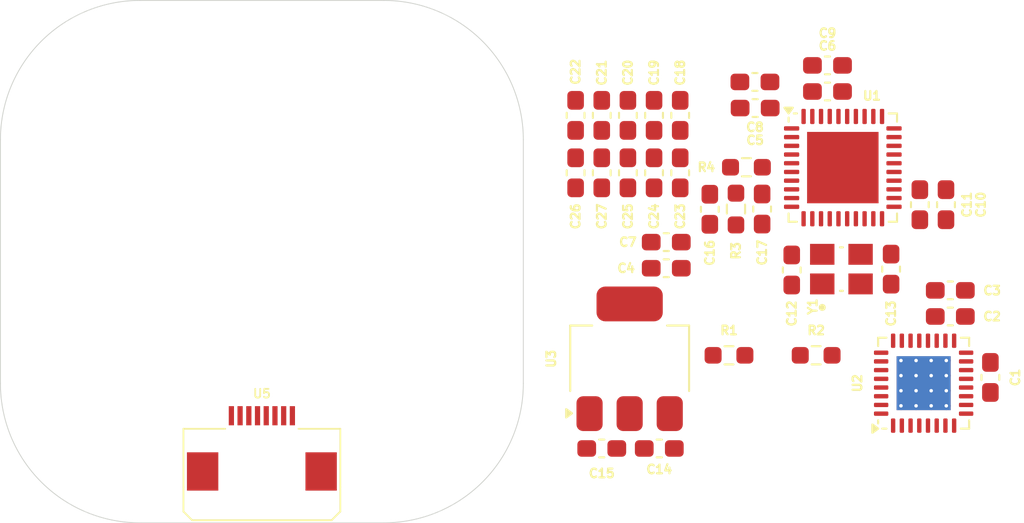
<source format=kicad_pcb>
(kicad_pcb (version 20241229) (generator "pcbnew") (generator_version "9.0")
  (layers (0 "F.Cu" signal) (2 "B.Cu" signal) (13 "F.Paste" user) (15 "B.Paste" user) (5 "F.SilkS" user "F.Silkscreen") (7 "B.SilkS" user "B.Silkscreen") (1 "F.Mask" user) (3 "B.Mask" user) (25 "Edge.Cuts" user))
  (net 0 "")
  (net 1 "Net-(U2-CShield)")
  (net 2 "GND")
  (net 3 "+3V3")
  (net 4 "Net-(U1-AVDD)")
  (net 5 "Net-(U1-OSCIN)")
  (net 6 "Net-(U1-OSCOUT)")
  (net 7 "+5V")
  (net 8 "Net-(U1-VMID)")
  (net 9 "Net-(U1-RX)")
  (net 10 "Net-(C17-Pad2)")
  (net 11 "Net-(AE1-Pad1)")
  (net 12 "Net-(C20-Pad2)")
  (net 13 "Net-(AE2-Pad2)")
  (net 14 "Net-(C25-Pad2)")
  (net 15 "I2C SDA")
  (net 16 "I2C SCL")
  (net 20 "Net-(U1-TX2)")
  (net 22 "Net-(U1-TX1)")
  (footprint "Resistor_SMD:R_0603_1608Metric_Pad0.98x0.95mm_HandSolder" (layer "F.Cu") (at 132.2 61.98 90)
    (property "Reference" "R3" (at -2.4 0 90) (layer "F.SilkS") (effects (font (size 0.5 0.5))))
    (property "Value" "1K" (hide yes))
    (fp_line (start -0.254724 -0.5225) (end 0.254724 -0.5225) (stroke (width 0.12)) (layer "F.SilkS"))
    (fp_line (start -0.254724 0.5225) (end 0.254724 0.5225) (stroke (width 0.12)) (layer "F.SilkS"))
    (pad "1" smd roundrect (at -0.9125 0 90) (size 0.975 0.95) (layers "F.Cu" "F.Mask" "F.Paste") (net 9 "Net-(U1-RX)"))
    (pad "2" smd roundrect (at 0.9125 0 90) (size 0.975 0.95) (layers "F.Cu" "F.Mask" "F.Paste") (net 8 "Net-(U1-VMID)"))
  )
  (footprint "Capacitor_SMD:C_0603_1608Metric_Pad1.08x0.95mm_HandSolder" (layer "F.Cu") (at 123 56.6 90)
    (property "Reference" "C22" (at 2.5 0 90) (layer "F.SilkS") (effects (font (size 0.5 0.5))))
    (property "Value" "NC" (hide yes))
    (fp_line (start -0.146267 -0.51) (end 0.146267 -0.51) (stroke (width 0.12)) (layer "F.SilkS"))
    (fp_line (start -0.146267 0.51) (end 0.146267 0.51) (stroke (width 0.12)) (layer "F.SilkS"))
    (pad "1" smd roundrect (at -0.8625 0 90) (size 1.075 0.95) (layers "F.Cu" "F.Mask" "F.Paste") (net 12 "Net-(C20-Pad2)"))
    (pad "2" smd roundrect (at 0.8625 0 90) (size 1.075 0.95) (layers "F.Cu" "F.Mask" "F.Paste") (net 2 "GND"))
  )
  (footprint "Capacitor_SMD:C_0603_1608Metric_Pad1.08x0.95mm_HandSolder" (layer "F.Cu") (at 126 56.6 -90)
    (property "Reference" "C20" (at -2.45 0 90) (layer "F.SilkS") (effects (font (size 0.5 0.5))))
    (property "Value" "NC" (hide yes))
    (fp_line (start -0.146267 0.51) (end 0.146267 0.51) (stroke (width 0.12)) (layer "F.SilkS"))
    (fp_line (start -0.146267 -0.51) (end 0.146267 -0.51) (stroke (width 0.12)) (layer "F.SilkS"))
    (pad "1" smd roundrect (at -0.8625 0 270) (size 1.075 0.95) (layers "F.Cu" "F.Mask" "F.Paste") (net 11 "Net-(AE1-Pad1)"))
    (pad "2" smd roundrect (at 0.8625 0 270) (size 1.075 0.95) (layers "F.Cu" "F.Mask" "F.Paste") (net 12 "Net-(C20-Pad2)"))
  )
  (footprint "Capacitor_SMD:C_0603_1608Metric_Pad1.08x0.95mm_HandSolder" (layer "F.Cu") (at 127.8 75.73)
    (property "Reference" "C14" (at 0 1.2 0) (layer "F.SilkS") (effects (font (size 0.5 0.5))))
    (property "Value" "0.1uF" (hide yes))
    (fp_line (start -0.146267 -0.51) (end 0.146267 -0.51) (stroke (width 0.12)) (layer "F.SilkS"))
    (fp_line (start -0.146267 0.51) (end 0.146267 0.51) (stroke (width 0.12)) (layer "F.SilkS"))
    (pad "1" smd roundrect (at -0.8625 0) (size 1.075 0.95) (layers "F.Cu" "F.Mask" "F.Paste") (net 7 "+5V"))
    (pad "2" smd roundrect (at 0.8625 0) (size 1.075 0.95) (layers "F.Cu" "F.Mask" "F.Paste") (net 2 "GND"))
  )
  (footprint "Resistor_SMD:R_0603_1608Metric_Pad0.98x0.95mm_HandSolder" (layer "F.Cu") (at 131.8 70.38)
    (property "Reference" "R1" (at 0 -1.43 0) (layer "F.SilkS") (effects (font (size 0.5 0.5))))
    (property "Value" "2.2K" (hide yes))
    (fp_line (start -0.254724 -0.5225) (end 0.254724 -0.5225) (stroke (width 0.12)) (layer "F.SilkS"))
    (fp_line (start -0.254724 0.5225) (end 0.254724 0.5225) (stroke (width 0.12)) (layer "F.SilkS"))
    (pad "1" smd roundrect (at -0.9125 0) (size 0.975 0.95) (layers "F.Cu" "F.Mask" "F.Paste") (net 3 "+3V3"))
    (pad "2" smd roundrect (at 0.9125 0) (size 0.975 0.95) (layers "F.Cu" "F.Mask" "F.Paste") (net 15 "I2C SDA"))
  )
  (footprint "Capacitor_SMD:C_0603_1608Metric_Pad1.08x0.95mm_HandSolder" (layer "F.Cu") (at 144.496667 68.15 180)
    (property "Reference" "C2" (at -2.4 0 0) (layer "F.SilkS") (effects (font (size 0.5 0.5))))
    (property "Value" "10uF" (hide yes))
    (fp_line (start -0.146267 0.51) (end 0.146267 0.51) (stroke (width 0.12)) (layer "F.SilkS"))
    (fp_line (start -0.146267 -0.51) (end 0.146267 -0.51) (stroke (width 0.12)) (layer "F.SilkS"))
    (pad "1" smd roundrect (at -0.8625 0 180) (size 1.075 0.95) (layers "F.Cu" "F.Mask" "F.Paste") (net 3 "+3V3"))
    (pad "2" smd roundrect (at 0.8625 0 180) (size 1.075 0.95) (layers "F.Cu" "F.Mask" "F.Paste") (net 2 "GND"))
  )
  (footprint "Resistor_SMD:R_0603_1608Metric_Pad0.98x0.95mm_HandSolder" (layer "F.Cu") (at 136.8 70.38)
    (property "Reference" "R2" (at 0 -1.43 0) (layer "F.SilkS") (effects (font (size 0.5 0.5))))
    (property "Value" "2.2K" (hide yes))
    (fp_line (start -0.254724 -0.5225) (end 0.254724 -0.5225) (stroke (width 0.12)) (layer "F.SilkS"))
    (fp_line (start -0.254724 0.5225) (end 0.254724 0.5225) (stroke (width 0.12)) (layer "F.SilkS"))
    (pad "1" smd roundrect (at -0.9125 0) (size 0.975 0.95) (layers "F.Cu" "F.Mask" "F.Paste") (net 16 "I2C SCL"))
    (pad "2" smd roundrect (at 0.9125 0) (size 0.975 0.95) (layers "F.Cu" "F.Mask" "F.Paste") (net 3 "+3V3"))
  )
  (footprint "Capacitor_SMD:C_0603_1608Metric_Pad1.08x0.95mm_HandSolder" (layer "F.Cu") (at 142.75 61.73 -90)
    (property "Reference" "C11" (at 0 -2.7 90) (layer "F.SilkS") (effects (font (size 0.5 0.5))))
    (property "Value" "0.1uF" (hide yes))
    (fp_line (start -0.146267 0.51) (end 0.146267 0.51) (stroke (width 0.12)) (layer "F.SilkS"))
    (fp_line (start -0.146267 -0.51) (end 0.146267 -0.51) (stroke (width 0.12)) (layer "F.SilkS"))
    (pad "1" smd roundrect (at -0.8625 0 270) (size 1.075 0.95) (layers "F.Cu" "F.Mask" "F.Paste") (net 3 "+3V3"))
    (pad "2" smd roundrect (at 0.8625 0 270) (size 1.075 0.95) (layers "F.Cu" "F.Mask" "F.Paste") (net 2 "GND"))
  )
  (footprint "FFC:FFC 0.8mm 8P" (layer "F.Cu") (at 105 74.5)
    (property "Reference" "U5" (at 0 -1.92 0) (layer "F.SilkS") (effects (font (size 0.5 0.5) (thickness 0.1))))
    (property "Value" "R FFC" (hide yes))
    (fp_line (start -4.5 0.1) (end -2.1 0.1) (stroke (width 0.1)) (layer "F.SilkS"))
    (fp_line (start -4.5 3.45) (end -4.5 0.1) (stroke (width 0.1)) (layer "F.SilkS"))
    (fp_line (start -4.5 4.849999) (end -4.5 3.45) (stroke (width 0.1)) (layer "F.SilkS"))
    (fp_line (start -4 5.35) (end -4.5 4.849999) (stroke (width 0.1)) (layer "F.SilkS"))
    (fp_line (start -4 5.35) (end 4 5.35) (stroke (width 0.1)) (layer "F.SilkS"))
    (fp_line (start 2.1 0.1) (end 4.5 0.1) (stroke (width 0.1)) (layer "F.SilkS"))
    (fp_line (start 4 5.35) (end 4.5 4.849999) (stroke (width 0.1)) (layer "F.SilkS"))
    (fp_line (start 4.5 0.1) (end 4.5 3.45) (stroke (width 0.1)) (layer "F.SilkS"))
    (fp_line (start 4.5 4.849999) (end 4.5 3.45) (stroke (width 0.1)) (layer "F.SilkS"))
    (pad "" smd rect (at -3.4 2.55) (size 1.8 2.2) (layers "F.Cu" "F.Mask" "F.Paste"))
    (pad "" smd rect (at 3.4 2.55) (size 1.8 2.2) (layers "F.Cu" "F.Mask" "F.Paste"))
    (pad "1" smd rect (at -1.75 -0.65) (size 0.3 1.1) (layers "F.Cu" "F.Mask" "F.Paste") (net 2 "GND"))
    (pad "2" smd rect (at -1.25 -0.65) (size 0.3 1.1) (layers "F.Cu" "F.Mask" "F.Paste") (net 15 "I2C SDA"))
    (pad "3" smd rect (at -0.75 -0.649999) (size 0.3 1.1) (layers "F.Cu" "F.Mask" "F.Paste") (net 16 "I2C SCL"))
    (pad "4" smd rect (at -0.25 -0.65) (size 0.3 1.1) (layers "F.Cu" "F.Mask" "F.Paste") (net 7 "+5V"))
    (pad "5" smd rect (at 0.25 -0.65) (size 0.3 1.1) (layers "F.Cu" "F.Mask" "F.Paste") (net 7 "+5V"))
    (pad "6" smd rect (at 0.750001 -0.65) (size 0.3 1.1) (layers "F.Cu" "F.Mask" "F.Paste") (net 15 "I2C SDA"))
    (pad "7" smd rect (at 1.25 -0.65) (size 0.3 1.1) (layers "F.Cu" "F.Mask" "F.Paste") (net 16 "I2C SCL"))
    (pad "8" smd rect (at 1.749999 -0.65) (size 0.3 1.1) (layers "F.Cu" "F.Mask" "F.Paste") (net 2 "GND"))
  )
  (footprint "Package_CSP:LFCSP-32-1EP_5x5mm_P0.5mm_EP3.1x3.1mm_ThermalVias" (layer "F.Cu") (at 142.966667 71.98 90)
    (property "Reference" "U2" (at 0 -3.8 90) (layer "F.SilkS") (effects (font (size 0.5 0.5) (thickness 0.125))))
    (property "Value" "AD7142ACPZ-500RL7" (hide yes))
    (fp_line (start 2.61 -2.61) (end 2.61 -2.135) (stroke (width 0.12)) (layer "F.SilkS"))
    (fp_line (start 2.135 -2.61) (end 2.61 -2.61) (stroke (width 0.12)) (layer "F.SilkS"))
    (fp_line (start -2.135 -2.61) (end -2.31 -2.61) (stroke (width 0.12)) (layer "F.SilkS"))
    (fp_line (start -2.61 -2.135) (end -2.61 -2.37) (stroke (width 0.12)) (layer "F.SilkS"))
    (fp_line (start 2.61 2.61) (end 2.61 2.135) (stroke (width 0.12)) (layer "F.SilkS"))
    (fp_line (start 2.135 2.61) (end 2.61 2.61) (stroke (width 0.12)) (layer "F.SilkS"))
    (fp_line (start -2.135 2.61) (end -2.61 2.61) (stroke (width 0.12)) (layer "F.SilkS"))
    (fp_line (start -2.61 2.61) (end -2.61 2.135) (stroke (width 0.12)) (layer "F.SilkS"))
    (fp_poly (pts (xy -2.61 -2.61) (xy -2.85 -2.94) (xy -2.37 -2.94)) (stroke (width 0.12)) (fill yes) (layer "F.SilkS"))
    (pad "1" smd roundrect (at -2.4375 -1.75 90) (size 0.825 0.25) (layers "F.Cu" "F.Mask" "F.Paste"))
    (pad "2" smd roundrect (at -2.4375 -1.25 90) (size 0.825 0.25) (layers "F.Cu" "F.Mask" "F.Paste"))
    (pad "3" smd roundrect (at -2.4375 -0.75 90) (size 0.825 0.25) (layers "F.Cu" "F.Mask" "F.Paste"))
    (pad "4" smd roundrect (at -2.4375 -0.25 90) (size 0.825 0.25) (layers "F.Cu" "F.Mask" "F.Paste"))
    (pad "5" smd roundrect (at -2.4375 0.25 90) (size 0.825 0.25) (layers "F.Cu" "F.Mask" "F.Paste"))
    (pad "6" smd roundrect (at -2.4375 0.75 90) (size 0.825 0.25) (layers "F.Cu" "F.Mask" "F.Paste"))
    (pad "7" smd roundrect (at -2.4375 1.25 90) (size 0.825 0.25) (layers "F.Cu" "F.Mask" "F.Paste"))
    (pad "8" smd roundrect (at -2.4375 1.75 90) (size 0.825 0.25) (layers "F.Cu" "F.Mask" "F.Paste"))
    (pad "9" smd roundrect (at -1.75 2.4375 90) (size 0.25 0.825) (layers "F.Cu" "F.Mask" "F.Paste"))
    (pad "10" smd roundrect (at -1.25 2.4375 90) (size 0.25 0.825) (layers "F.Cu" "F.Mask" "F.Paste"))
    (pad "11" smd roundrect (at -0.75 2.4375 90) (size 0.25 0.825) (layers "F.Cu" "F.Mask" "F.Paste"))
    (pad "12" smd roundrect (at -0.25 2.4375 90) (size 0.25 0.825) (layers "F.Cu" "F.Mask" "F.Paste") (net 1 "Net-(U2-CShield)"))
    (pad "13" smd roundrect (at 0.25 2.4375 90) (size 0.25 0.825) (layers "F.Cu" "F.Mask" "F.Paste") (net 3 "+3V3"))
    (pad "14" smd roundrect (at 0.75 2.4375 90) (size 0.25 0.825) (layers "F.Cu" "F.Mask" "F.Paste") (net 2 "GND"))
    (pad "15" smd roundrect (at 1.25 2.4375 90) (size 0.25 0.825) (layers "F.Cu" "F.Mask" "F.Paste"))
    (pad "16" smd roundrect (at 1.75 2.4375 90) (size 0.25 0.825) (layers "F.Cu" "F.Mask" "F.Paste"))
    (pad "17" smd roundrect (at 2.4375 1.75 90) (size 0.825 0.25) (layers "F.Cu" "F.Mask" "F.Paste") (net 3 "+3V3"))
    (pad "18" smd roundrect (at 2.4375 1.25 90) (size 0.825 0.25) (layers "F.Cu" "F.Mask" "F.Paste") (net 2 "GND"))
    (pad "19" smd roundrect (at 2.4375 0.75 90) (size 0.825 0.25) (layers "F.Cu" "F.Mask" "F.Paste") (net 2 "GND"))
    (pad "20" smd roundrect (at 2.4375 0.25 90) (size 0.825 0.25) (layers "F.Cu" "F.Mask" "F.Paste") (net 3 "+3V3"))
    (pad "21" smd roundrect (at 2.4375 -0.25 90) (size 0.825 0.25) (layers "F.Cu" "F.Mask" "F.Paste") (net 15 "I2C SDA"))
    (pad "22" smd roundrect (at 2.4375 -0.75 90) (size 0.825 0.25) (layers "F.Cu" "F.Mask" "F.Paste") (net 2 "GND"))
    (pad "23" smd roundrect (at 2.4375 -1.25 90) (size 0.825 0.25) (layers "F.Cu" "F.Mask" "F.Paste") (net 16 "I2C SCL"))
    (pad "24" smd roundrect (at 2.4375 -1.75 90) (size 0.825 0.25) (layers "F.Cu" "F.Mask" "F.Paste") (net 2 "GND"))
    (pad "25" smd roundrect (at 1.75 -2.4375 90) (size 0.25 0.825) (layers "F.Cu" "F.Mask" "F.Paste"))
    (pad "26" smd roundrect (at 1.25 -2.4375 90) (size 0.25 0.825) (layers "F.Cu" "F.Mask" "F.Paste"))
    (pad "27" smd roundrect (at 0.75 -2.4375 90) (size 0.25 0.825) (layers "F.Cu" "F.Mask" "F.Paste") (net 2 "GND"))
    (pad "28" smd roundrect (at 0.25 -2.4375 90) (size 0.25 0.825) (layers "F.Cu" "F.Mask" "F.Paste") (net 3 "+3V3"))
    (pad "29" smd roundrect (at -0.25 -2.4375 90) (size 0.25 0.825) (layers "F.Cu" "F.Mask" "F.Paste") (net 2 "GND"))
    (pad "30" smd roundrect (at -0.75 -2.4375 90) (size 0.25 0.825) (layers "F.Cu" "F.Mask" "F.Paste"))
    (pad "31" smd roundrect (at -1.25 -2.4375 90) (size 0.25 0.825) (layers "F.Cu" "F.Mask" "F.Paste"))
    (pad "32" smd roundrect (at -1.75 -2.4375 90) (size 0.25 0.825) (layers "F.Cu" "F.Mask" "F.Paste"))
    (pad "33" thru_hole circle (at -1.3 -1.3 90) (size 0.5 0.5) (drill 0.2) (property pad_prop_heatsink) (layers "*.Cu"))
    (pad "33" thru_hole circle (at -1.3 -0.433333 90) (size 0.5 0.5) (drill 0.2) (property pad_prop_heatsink) (layers "*.Cu"))
    (pad "33" thru_hole circle (at -1.3 0.433333 90) (size 0.5 0.5) (drill 0.2) (property pad_prop_heatsink) (layers "*.Cu"))
    (pad "33" thru_hole circle (at -1.3 1.3 90) (size 0.5 0.5) (drill 0.2) (property pad_prop_heatsink) (layers "*.Cu"))
    (pad "33" thru_hole circle (at -0.433333 -1.3 90) (size 0.5 0.5) (drill 0.2) (property pad_prop_heatsink) (layers "*.Cu"))
    (pad "33" thru_hole circle (at -0.433333 -0.433333 90) (size 0.5 0.5) (drill 0.2) (property pad_prop_heatsink) (layers "*.Cu"))
    (pad "33" thru_hole circle (at -0.433333 0.433333 90) (size 0.5 0.5) (drill 0.2) (property pad_prop_heatsink) (layers "*.Cu"))
    (pad "33" thru_hole circle (at -0.433333 1.3 90) (size 0.5 0.5) (drill 0.2) (property pad_prop_heatsink) (layers "*.Cu"))
    (pad "33" smd rect (at 0 0 90) (size 3.1 3.1) (property pad_prop_heatsink) (layers "F.Cu" "F.Mask"))
    (pad "33" smd rect (at 0 0 90) (size 3.1 3.1) (property pad_prop_heatsink) (layers "B.Cu"))
    (pad "33" thru_hole circle (at 0.433333 -1.3 90) (size 0.5 0.5) (drill 0.2) (property pad_prop_heatsink) (layers "*.Cu"))
    (pad "33" thru_hole circle (at 0.433333 -0.433333 90) (size 0.5 0.5) (drill 0.2) (property pad_prop_heatsink) (layers "*.Cu"))
    (pad "33" thru_hole circle (at 0.433333 0.433333 90) (size 0.5 0.5) (drill 0.2) (property pad_prop_heatsink) (layers "*.Cu"))
    (pad "33" thru_hole circle (at 0.433333 1.3 90) (size 0.5 0.5) (drill 0.2) (property pad_prop_heatsink) (layers "*.Cu"))
    (pad "33" thru_hole circle (at 1.3 -1.3 90) (size 0.5 0.5) (drill 0.2) (property pad_prop_heatsink) (layers "*.Cu"))
    (pad "33" thru_hole circle (at 1.3 -0.433333 90) (size 0.5 0.5) (drill 0.2) (property pad_prop_heatsink) (layers "*.Cu"))
    (pad "33" thru_hole circle (at 1.3 0.433333 90) (size 0.5 0.5) (drill 0.2) (property pad_prop_heatsink) (layers "*.Cu"))
    (pad "33" thru_hole circle (at 1.3 1.3 90) (size 0.5 0.5) (drill 0.2) (property pad_prop_heatsink) (layers "*.Cu"))
  )
  (footprint "Capacitor_SMD:C_0603_1608Metric_Pad1.08x0.95mm_HandSolder" (layer "F.Cu") (at 127.5 56.6 -90)
    (property "Reference" "C19" (at -2.45 0 90) (layer "F.SilkS") (effects (font (size 0.5 0.5))))
    (property "Value" "NC" (hide yes))
    (fp_line (start -0.146267 0.51) (end 0.146267 0.51) (stroke (width 0.12)) (layer "F.SilkS"))
    (fp_line (start -0.146267 -0.51) (end 0.146267 -0.51) (stroke (width 0.12)) (layer "F.SilkS"))
    (pad "1" smd roundrect (at -0.8625 0 270) (size 1.075 0.95) (layers "F.Cu" "F.Mask" "F.Paste") (net 11 "Net-(AE1-Pad1)"))
    (pad "2" smd roundrect (at 0.8625 0 270) (size 1.075 0.95) (layers "F.Cu" "F.Mask" "F.Paste") (net 2 "GND"))
  )
  (footprint "Resistor_SMD:R_0603_1608Metric_Pad0.98x0.95mm_HandSolder" (layer "F.Cu") (at 132.8 59.58 180)
    (property "Reference" "R4" (at 2.3 0 0) (layer "F.SilkS") (effects (font (size 0.5 0.5))))
    (property "Value" "1.69K" (hide yes))
    (fp_line (start -0.254724 0.5225) (end 0.254724 0.5225) (stroke (width 0.12)) (layer "F.SilkS"))
    (fp_line (start -0.254724 -0.5225) (end 0.254724 -0.5225) (stroke (width 0.12)) (layer "F.SilkS"))
    (pad "1" smd roundrect (at -0.9125 0 180) (size 0.975 0.95) (layers "F.Cu" "F.Mask" "F.Paste") (net 10 "Net-(C17-Pad2)"))
    (pad "2" smd roundrect (at 0.9125 0 180) (size 0.975 0.95) (layers "F.Cu" "F.Mask" "F.Paste") (net 13 "Net-(AE2-Pad2)"))
  )
  (footprint "Capacitor_SMD:C_0603_1608Metric_Pad1.08x0.95mm_HandSolder" (layer "F.Cu") (at 123 59.9 -90)
    (property "Reference" "C26" (at 2.5 0 90) (layer "F.SilkS") (effects (font (size 0.5 0.5))))
    (property "Value" "NC" (hide yes))
    (fp_line (start -0.146267 0.51) (end 0.146267 0.51) (stroke (width 0.12)) (layer "F.SilkS"))
    (fp_line (start -0.146267 -0.51) (end 0.146267 -0.51) (stroke (width 0.12)) (layer "F.SilkS"))
    (pad "1" smd roundrect (at -0.8625 0 270) (size 1.075 0.95) (layers "F.Cu" "F.Mask" "F.Paste") (net 14 "Net-(C25-Pad2)"))
    (pad "2" smd roundrect (at 0.8625 0 270) (size 1.075 0.95) (layers "F.Cu" "F.Mask" "F.Paste") (net 2 "GND"))
  )
  (footprint "Capacitor_SMD:C_0603_1608Metric_Pad1.08x0.95mm_HandSolder" (layer "F.Cu") (at 146.796667 71.65 -90)
    (property "Reference" "C1" (at 0 -1.43 90) (layer "F.SilkS") (effects (font (size 0.5 0.5))))
    (property "Value" "10nF" (hide yes))
    (fp_line (start -0.146267 0.51) (end 0.146267 0.51) (stroke (width 0.12)) (layer "F.SilkS"))
    (fp_line (start -0.146267 -0.51) (end 0.146267 -0.51) (stroke (width 0.12)) (layer "F.SilkS"))
    (pad "1" smd roundrect (at -0.8625 0 270) (size 1.075 0.95) (layers "F.Cu" "F.Mask" "F.Paste") (net 2 "GND"))
    (pad "2" smd roundrect (at 0.8625 0 270) (size 1.075 0.95) (layers "F.Cu" "F.Mask" "F.Paste") (net 1 "Net-(U2-CShield)"))
  )
  (footprint "Capacitor_SMD:C_0603_1608Metric_Pad1.08x0.95mm_HandSolder" (layer "F.Cu") (at 133.3 56.18 180)
    (property "Reference" "C5" (at 0 -1.85 0) (layer "F.SilkS") (effects (font (size 0.5 0.5))))
    (property "Value" "0.1uF" (hide yes))
    (fp_line (start -0.146267 0.51) (end 0.146267 0.51) (stroke (width 0.12)) (layer "F.SilkS"))
    (fp_line (start -0.146267 -0.51) (end 0.146267 -0.51) (stroke (width 0.12)) (layer "F.SilkS"))
    (pad "1" smd roundrect (at -0.8625 0 180) (size 1.075 0.95) (layers "F.Cu" "F.Mask" "F.Paste") (net 4 "Net-(U1-AVDD)"))
    (pad "2" smd roundrect (at 0.8625 0 180) (size 1.075 0.95) (layers "F.Cu" "F.Mask" "F.Paste") (net 2 "GND"))
  )
  (footprint "Capacitor_SMD:C_0603_1608Metric_Pad1.08x0.95mm_HandSolder" (layer "F.Cu") (at 124.5 56.6 -90)
    (property "Reference" "C21" (at -2.45 0 90) (layer "F.SilkS") (effects (font (size 0.5 0.5))))
    (property "Value" "NC" (hide yes))
    (fp_line (start -0.146267 0.51) (end 0.146267 0.51) (stroke (width 0.12)) (layer "F.SilkS"))
    (fp_line (start -0.146267 -0.51) (end 0.146267 -0.51) (stroke (width 0.12)) (layer "F.SilkS"))
    (pad "1" smd roundrect (at -0.8625 0 270) (size 1.075 0.95) (layers "F.Cu" "F.Mask" "F.Paste") (net 11 "Net-(AE1-Pad1)"))
    (pad "2" smd roundrect (at 0.8625 0 270) (size 1.075 0.95) (layers "F.Cu" "F.Mask" "F.Paste") (net 12 "Net-(C20-Pad2)"))
  )
  (footprint "Capacitor_SMD:C_0603_1608Metric_Pad1.08x0.95mm_HandSolder" (layer "F.Cu") (at 126 59.9 90)
    (property "Reference" "C25" (at -2.5 0 90) (layer "F.SilkS") (effects (font (size 0.5 0.5))))
    (property "Value" "NC" (hide yes))
    (fp_line (start -0.146267 -0.51) (end 0.146267 -0.51) (stroke (width 0.12)) (layer "F.SilkS"))
    (fp_line (start -0.146267 0.51) (end 0.146267 0.51) (stroke (width 0.12)) (layer "F.SilkS"))
    (pad "1" smd roundrect (at -0.8625 0 90) (size 1.075 0.95) (layers "F.Cu" "F.Mask" "F.Paste") (net 13 "Net-(AE2-Pad2)"))
    (pad "2" smd roundrect (at 0.8625 0 90) (size 1.075 0.95) (layers "F.Cu" "F.Mask" "F.Paste") (net 14 "Net-(C25-Pad2)"))
  )
  (footprint "Capacitor_SMD:C_0603_1608Metric_Pad1.08x0.95mm_HandSolder" (layer "F.Cu") (at 130.7 61.9925 -90)
    (property "Reference" "C16" (at 2.5 0 90) (layer "F.SilkS") (effects (font (size 0.5 0.5))))
    (property "Value" "0.1uF" (hide yes))
    (fp_line (start -0.146267 0.51) (end 0.146267 0.51) (stroke (width 0.12)) (layer "F.SilkS"))
    (fp_line (start -0.146267 -0.51) (end 0.146267 -0.51) (stroke (width 0.12)) (layer "F.SilkS"))
    (pad "1" smd roundrect (at -0.8625 0 270) (size 1.075 0.95) (layers "F.Cu" "F.Mask" "F.Paste") (net 8 "Net-(U1-VMID)"))
    (pad "2" smd roundrect (at 0.8625 0 270) (size 1.075 0.95) (layers "F.Cu" "F.Mask" "F.Paste") (net 2 "GND"))
  )
  (footprint "Capacitor_SMD:C_0603_1608Metric_Pad1.08x0.95mm_HandSolder" (layer "F.Cu") (at 124.5 75.73 180)
    (property "Reference" "C15" (at 0 -1.43 0) (layer "F.SilkS") (effects (font (size 0.5 0.5))))
    (property "Value" "10uF" (hide yes))
    (fp_line (start -0.146267 0.51) (end 0.146267 0.51) (stroke (width 0.12)) (layer "F.SilkS"))
    (fp_line (start -0.146267 -0.51) (end 0.146267 -0.51) (stroke (width 0.12)) (layer "F.SilkS"))
    (pad "1" smd roundrect (at -0.8625 0 180) (size 1.075 0.95) (layers "F.Cu" "F.Mask" "F.Paste") (net 3 "+3V3"))
    (pad "2" smd roundrect (at 0.8625 0 180) (size 1.075 0.95) (layers "F.Cu" "F.Mask" "F.Paste") (net 2 "GND"))
  )
  (footprint "Capacitor_SMD:C_0603_1608Metric_Pad1.08x0.95mm_HandSolder" (layer "F.Cu") (at 127.5 59.9 90)
    (property "Reference" "C24" (at -2.5 0 90) (layer "F.SilkS") (effects (font (size 0.5 0.5))))
    (property "Value" "NC" (hide yes))
    (fp_line (start -0.146267 -0.51) (end 0.146267 -0.51) (stroke (width 0.12)) (layer "F.SilkS"))
    (fp_line (start -0.146267 0.51) (end 0.146267 0.51) (stroke (width 0.12)) (layer "F.SilkS"))
    (pad "1" smd roundrect (at -0.8625 0 90) (size 1.075 0.95) (layers "F.Cu" "F.Mask" "F.Paste") (net 13 "Net-(AE2-Pad2)"))
    (pad "2" smd roundrect (at 0.8625 0 90) (size 1.075 0.95) (layers "F.Cu" "F.Mask" "F.Paste") (net 2 "GND"))
  )
  (footprint "Package_DFN_QFN:HVQFN-40-1EP_6x6mm_P0.5mm_EP4.1x4.1mm" (layer "F.Cu") (at 138.33 59.6)
    (property "Reference" "U1" (at 1.67 -4.12 0) (layer "F.SilkS") (effects (font (size 0.5 0.5))))
    (property "Value" "PN5321A3HN_C1xx" (hide yes))
    (fp_line (start -3.11 -2.635) (end -3.11 -2.87) (stroke (width 0.12)) (layer "F.SilkS"))
    (fp_line (start -3.11 3.11) (end -3.11 2.635) (stroke (width 0.12)) (layer "F.SilkS"))
    (fp_line (start -2.635 -3.11) (end -2.81 -3.11) (stroke (width 0.12)) (layer "F.SilkS"))
    (fp_line (start -2.635 3.11) (end -3.11 3.11) (stroke (width 0.12)) (layer "F.SilkS"))
    (fp_line (start 2.635 -3.11) (end 3.11 -3.11) (stroke (width 0.12)) (layer "F.SilkS"))
    (fp_line (start 2.635 3.11) (end 3.11 3.11) (stroke (width 0.12)) (layer "F.SilkS"))
    (fp_line (start 3.11 -3.11) (end 3.11 -2.635) (stroke (width 0.12)) (layer "F.SilkS"))
    (fp_line (start 3.11 3.11) (end 3.11 2.635) (stroke (width 0.12)) (layer "F.SilkS"))
    (fp_poly (pts (xy -3.11 -3.11) (xy -3.35 -3.44) (xy -2.87 -3.44)) (stroke (width 0.12)) (fill yes) (layer "F.SilkS"))
    (pad "1" smd roundrect (at -2.9375 -2.25) (size 0.875 0.25) (layers "F.Cu" "F.Mask" "F.Paste") (net 2 "GND"))
    (pad "2" smd roundrect (at -2.9375 -1.75) (size 0.875 0.25) (layers "F.Cu" "F.Mask" "F.Paste"))
    (pad "3" smd roundrect (at -2.9375 -1.25) (size 0.875 0.25) (layers "F.Cu" "F.Mask" "F.Paste") (net 2 "GND"))
    (pad "4" smd roundrect (at -2.9375 -0.75) (size 0.875 0.25) (layers "F.Cu" "F.Mask" "F.Paste") (net 22 "Net-(U1-TX1)"))
    (pad "5" smd roundrect (at -2.9375 -0.25) (size 0.875 0.25) (layers "F.Cu" "F.Mask" "F.Paste") (net 4 "Net-(U1-AVDD)"))
    (pad "6" smd roundrect (at -2.9375 0.25) (size 0.875 0.25) (layers "F.Cu" "F.Mask" "F.Paste") (net 20 "Net-(U1-TX2)"))
    (pad "7" smd roundrect (at -2.9375 0.75) (size 0.875 0.25) (layers "F.Cu" "F.Mask" "F.Paste") (net 2 "GND"))
    (pad "8" smd roundrect (at -2.9375 1.25) (size 0.875 0.25) (layers "F.Cu" "F.Mask" "F.Paste") (net 4 "Net-(U1-AVDD)"))
    (pad "9" smd roundrect (at -2.9375 1.75) (size 0.875 0.25) (layers "F.Cu" "F.Mask" "F.Paste") (net 8 "Net-(U1-VMID)"))
    (pad "10" smd roundrect (at -2.9375 2.25) (size 0.875 0.25) (layers "F.Cu" "F.Mask" "F.Paste") (net 9 "Net-(U1-RX)"))
    (pad "11" smd roundrect (at -2.25 2.9375) (size 0.25 0.875) (layers "F.Cu" "F.Mask" "F.Paste") (net 2 "GND"))
    (pad "12" smd roundrect (at -1.75 2.9375) (size 0.25 0.875) (layers "F.Cu" "F.Mask" "F.Paste"))
    (pad "13" smd roundrect (at -1.25 2.9375) (size 0.25 0.875) (layers "F.Cu" "F.Mask" "F.Paste"))
    (pad "14" smd roundrect (at -0.75 2.9375) (size 0.25 0.875) (layers "F.Cu" "F.Mask" "F.Paste") (net 5 "Net-(U1-OSCIN)"))
    (pad "15" smd roundrect (at -0.25 2.9375) (size 0.25 0.875) (layers "F.Cu" "F.Mask" "F.Paste") (net 6 "Net-(U1-OSCOUT)"))
    (pad "16" smd roundrect (at 0.25 2.9375) (size 0.25 0.875) (layers "F.Cu" "F.Mask" "F.Paste") (net 3 "+3V3"))
    (pad "17" smd roundrect (at 0.75 2.9375) (size 0.25 0.875) (layers "F.Cu" "F.Mask" "F.Paste") (net 2 "GND"))
    (pad "18" smd roundrect (at 1.25 2.9375) (size 0.25 0.875) (layers "F.Cu" "F.Mask" "F.Paste") (net 2 "GND"))
    (pad "19" smd roundrect (at 1.75 2.9375) (size 0.25 0.875) (layers "F.Cu" "F.Mask" "F.Paste"))
    (pad "20" smd roundrect (at 2.25 2.9375) (size 0.25 0.875) (layers "F.Cu" "F.Mask" "F.Paste"))
    (pad "21" smd roundrect (at 2.9375 2.25) (size 0.875 0.25) (layers "F.Cu" "F.Mask" "F.Paste"))
    (pad "22" smd roundrect (at 2.9375 1.75) (size 0.875 0.25) (layers "F.Cu" "F.Mask" "F.Paste"))
    (pad "23" smd roundrect (at 2.9375 1.25) (size 0.875 0.25) (layers "F.Cu" "F.Mask" "F.Paste") (net 3 "+3V3"))
    (pad "24" smd roundrect (at 2.9375 0.75) (size 0.875 0.25) (layers "F.Cu" "F.Mask" "F.Paste"))
    (pad "25" smd roundrect (at 2.9375 0.25) (size 0.875 0.25) (layers "F.Cu" "F.Mask" "F.Paste"))
    (pad "26" smd roundrect (at 2.9375 -0.25) (size 0.875 0.25) (layers "F.Cu" "F.Mask" "F.Paste"))
    (pad "27" smd roundrect (at 2.9375 -0.75) (size 0.875 0.25) (layers "F.Cu" "F.Mask" "F.Paste") (net 16 "I2C SCL"))
    (pad "28" smd roundrect (at 2.9375 -1.25) (size 0.875 0.25) (layers "F.Cu" "F.Mask" "F.Paste") (net 15 "I2C SDA"))
    (pad "29" smd roundrect (at 2.9375 -1.75) (size 0.875 0.25) (layers "F.Cu" "F.Mask" "F.Paste"))
    (pad "30" smd roundrect (at 2.9375 -2.25) (size 0.875 0.25) (layers "F.Cu" "F.Mask" "F.Paste"))
    (pad "31" smd roundrect (at 2.25 -2.9375) (size 0.25 0.875) (layers "F.Cu" "F.Mask" "F.Paste"))
    (pad "32" smd roundrect (at 1.75 -2.9375) (size 0.25 0.875) (layers "F.Cu" "F.Mask" "F.Paste"))
    (pad "33" smd roundrect (at 1.25 -2.9375) (size 0.25 0.875) (layers "F.Cu" "F.Mask" "F.Paste"))
    (pad "34" smd roundrect (at 0.75 -2.9375) (size 0.25 0.875) (layers "F.Cu" "F.Mask" "F.Paste"))
    (pad "35" smd roundrect (at 0.25 -2.9375) (size 0.25 0.875) (layers "F.Cu" "F.Mask" "F.Paste"))
    (pad "36" smd roundrect (at -0.25 -2.9375) (size 0.25 0.875) (layers "F.Cu" "F.Mask" "F.Paste"))
    (pad "37" smd roundrect (at -0.75 -2.9375) (size 0.25 0.875) (layers "F.Cu" "F.Mask" "F.Paste"))
    (pad "38" smd roundrect (at -1.25 -2.9375) (size 0.25 0.875) (layers "F.Cu" "F.Mask" "F.Paste") (net 3 "+3V3"))
    (pad "39" smd roundrect (at -1.75 -2.9375) (size 0.25 0.875) (layers "F.Cu" "F.Mask" "F.Paste") (net 4 "Net-(U1-AVDD)"))
    (pad "40" smd roundrect (at -2.25 -2.9375) (size 0.25 0.875) (layers "F.Cu" "F.Mask" "F.Paste") (net 3 "+3V3"))
    (pad "41" smd rect (at 0 0) (size 4.1 4.1) (property pad_prop_heatsink) (layers "F.Cu" "F.Mask") (net 2 "GND"))
  )
  (footprint "Capacitor_SMD:C_0603_1608Metric_Pad1.08x0.95mm_HandSolder" (layer "F.Cu") (at 135.4 65.48 90)
    (property "Reference" "C12" (at -2.5 0 90) (layer "F.SilkS") (effects (font (size 0.5 0.5))))
    (property "Value" "33pF" (hide yes))
    (fp_line (start -0.146267 -0.51) (end 0.146267 -0.51) (stroke (width 0.12)) (layer "F.SilkS"))
    (fp_line (start -0.146267 0.51) (end 0.146267 0.51) (stroke (width 0.12)) (layer "F.SilkS"))
    (pad "1" smd roundrect (at -0.8625 0 90) (size 1.075 0.95) (layers "F.Cu" "F.Mask" "F.Paste") (net 5 "Net-(U1-OSCIN)"))
    (pad "2" smd roundrect (at 0.8625 0 90) (size 1.075 0.95) (layers "F.Cu" "F.Mask" "F.Paste") (net 2 "GND"))
  )
  (footprint "Capacitor_SMD:C_0603_1608Metric_Pad1.08x0.95mm_HandSolder" (layer "F.Cu") (at 129 59.9 90)
    (property "Reference" "C23" (at -2.5 0 90) (layer "F.SilkS") (effects (font (size 0.5 0.5))))
    (property "Value" "NC" (hide yes))
    (fp_line (start -0.146267 -0.51) (end 0.146267 -0.51) (stroke (width 0.12)) (layer "F.SilkS"))
    (fp_line (start -0.146267 0.51) (end 0.146267 0.51) (stroke (width 0.12)) (layer "F.SilkS"))
    (pad "1" smd roundrect (at -0.8625 0 90) (size 1.075 0.95) (layers "F.Cu" "F.Mask" "F.Paste") (net 13 "Net-(AE2-Pad2)"))
    (pad "2" smd roundrect (at 0.8625 0 90) (size 1.075 0.95) (layers "F.Cu" "F.Mask" "F.Paste") (net 2 "GND"))
  )
  (footprint "Capacitor_SMD:C_0603_1608Metric_Pad1.08x0.95mm_HandSolder" (layer "F.Cu") (at 133.7 61.98 90)
    (property "Reference" "C17" (at -2.5 0 90) (layer "F.SilkS") (effects (font (size 0.5 0.5))))
    (property "Value" "1nF" (hide yes))
    (fp_line (start -0.146267 -0.51) (end 0.146267 -0.51) (stroke (width 0.12)) (layer "F.SilkS"))
    (fp_line (start -0.146267 0.51) (end 0.146267 0.51) (stroke (width 0.12)) (layer "F.SilkS"))
    (pad "1" smd roundrect (at -0.8625 0 90) (size 1.075 0.95) (layers "F.Cu" "F.Mask" "F.Paste") (net 9 "Net-(U1-RX)"))
    (pad "2" smd roundrect (at 0.8625 0 90) (size 1.075 0.95) (layers "F.Cu" "F.Mask" "F.Paste") (net 10 "Net-(C17-Pad2)"))
  )
  (footprint "Capacitor_SMD:C_0603_1608Metric_Pad1.08x0.95mm_HandSolder" (layer "F.Cu") (at 144.25 61.73 -90)
    (property "Reference" "C10" (at 0 -2 90) (layer "F.SilkS") (effects (font (size 0.5 0.5))))
    (property "Value" "0.1uF" (hide yes))
    (fp_line (start -0.146267 0.51) (end 0.146267 0.51) (stroke (width 0.12)) (layer "F.SilkS"))
    (fp_line (start -0.146267 -0.51) (end 0.146267 -0.51) (stroke (width 0.12)) (layer "F.SilkS"))
    (pad "1" smd roundrect (at -0.8625 0 270) (size 1.075 0.95) (layers "F.Cu" "F.Mask" "F.Paste") (net 3 "+3V3"))
    (pad "2" smd roundrect (at 0.8625 0 270) (size 1.075 0.95) (layers "F.Cu" "F.Mask" "F.Paste") (net 2 "GND"))
  )
  (footprint "Capacitor_SMD:C_0603_1608Metric_Pad1.08x0.95mm_HandSolder" (layer "F.Cu") (at 144.496667 66.65 180)
    (property "Reference" "C3" (at -2.4 -0.01 0) (layer "F.SilkS") (effects (font (size 0.5 0.5))))
    (property "Value" "0.1uF" (hide yes))
    (fp_line (start -0.146267 0.51) (end 0.146267 0.51) (stroke (width 0.12)) (layer "F.SilkS"))
    (fp_line (start -0.146267 -0.51) (end 0.146267 -0.51) (stroke (width 0.12)) (layer "F.SilkS"))
    (pad "1" smd roundrect (at -0.8625 0 180) (size 1.075 0.95) (layers "F.Cu" "F.Mask" "F.Paste") (net 3 "+3V3"))
    (pad "2" smd roundrect (at 0.8625 0 180) (size 1.075 0.95) (layers "F.Cu" "F.Mask" "F.Paste") (net 2 "GND"))
  )
  (footprint "Capacitor_SMD:C_0603_1608Metric_Pad1.08x0.95mm_HandSolder" (layer "F.Cu") (at 124.5 59.9 90)
    (property "Reference" "C27" (at -2.5 0 90) (layer "F.SilkS") (effects (font (size 0.5 0.5))))
    (property "Value" "NC" (hide yes))
    (fp_line (start -0.146267 -0.51) (end 0.146267 -0.51) (stroke (width 0.12)) (layer "F.SilkS"))
    (fp_line (start -0.146267 0.51) (end 0.146267 0.51) (stroke (width 0.12)) (layer "F.SilkS"))
    (pad "1" smd roundrect (at -0.8625 0 90) (size 1.075 0.95) (layers "F.Cu" "F.Mask" "F.Paste") (net 13 "Net-(AE2-Pad2)"))
    (pad "2" smd roundrect (at 0.8625 0 90) (size 1.075 0.95) (layers "F.Cu" "F.Mask" "F.Paste") (net 14 "Net-(C25-Pad2)"))
  )
  (footprint "Package_TO_SOT_SMD:SOT-223-3_TabPin2" (layer "F.Cu") (at 126.1 70.58 90)
    (property "Reference" "U3" (at 0 -4.5 90) (layer "F.SilkS") (effects (font (size 0.5 0.5))))
    (property "Value" "LD1117S33TR_SOT223" (hide yes))
    (fp_line (start 1.91 -3.41) (end 1.91 -2.15) (stroke (width 0.12)) (layer "F.SilkS"))
    (fp_line (start -1.85 -3.41) (end 1.91 -3.41) (stroke (width 0.12)) (layer "F.SilkS"))
    (fp_line (start 1.91 3.41) (end 1.91 2.15) (stroke (width 0.12)) (layer "F.SilkS"))
    (fp_line (start -1.85 3.41) (end 1.91 3.41) (stroke (width 0.12)) (layer "F.SilkS"))
    (fp_poly (pts (xy -3.13 -3.31) (xy -3.37 -3.64) (xy -2.89 -3.64) (xy -3.13 -3.31)) (stroke (width 0.12)) (fill yes) (layer "F.SilkS"))
    (pad "1" smd roundrect (at -3.15 -2.3 90) (size 2 1.5) (layers "F.Cu" "F.Mask" "F.Paste") (net 2 "GND"))
    (pad "2" smd roundrect (at -3.15 0 90) (size 2 1.5) (layers "F.Cu" "F.Mask" "F.Paste") (net 3 "+3V3"))
    (pad "2" smd roundrect (at 3.15 0 90) (size 2 3.8) (layers "F.Cu" "F.Mask" "F.Paste") (net 3 "+3V3"))
    (pad "3" smd roundrect (at -3.15 2.3 90) (size 2 1.5) (layers "F.Cu" "F.Mask" "F.Paste") (net 7 "+5V"))
  )
  (footprint "Capacitor_SMD:C_0603_1608Metric_Pad1.08x0.95mm_HandSolder" (layer "F.Cu") (at 133.2875 54.68 180)
    (property "Reference" "C8" (at 0 -2.6 0) (layer "F.SilkS") (effects (font (size 0.5 0.5))))
    (property "Value" "10uF" (hide yes))
    (fp_line (start -0.146267 0.51) (end 0.146267 0.51) (stroke (width 0.12)) (layer "F.SilkS"))
    (fp_line (start -0.146267 -0.51) (end 0.146267 -0.51) (stroke (width 0.12)) (layer "F.SilkS"))
    (pad "1" smd roundrect (at -0.8625 0 180) (size 1.075 0.95) (layers "F.Cu" "F.Mask" "F.Paste") (net 4 "Net-(U1-AVDD)"))
    (pad "2" smd roundrect (at 0.8625 0 180) (size 1.075 0.95) (layers "F.Cu" "F.Mask" "F.Paste") (net 2 "GND"))
  )
  (footprint "7M-27.120MAAJ-T:XTAL_7M-27.120MAAJ-T" (layer "F.Cu") (at 138.25 65.43 90)
    (property "Reference" "Y1" (at -2.15 -1.65 90) (layer "F.SilkS") (effects (font (size 0.5 0.5) (thickness 0.125))))
    (property "Value" "7M-27.120MAAJ-T" (hide yes))
    (fp_line (start 1.25 -0.08) (end 1.25 0.08) (stroke (width 0.127)) (layer "F.SilkS"))
    (fp_line (start -1.25 -0.08) (end -1.25 0.08) (stroke (width 0.127)) (layer "F.SilkS"))
    (fp_circle (center -2.2 -1.1) (end -2.1 -1.1) (stroke (width 0.2)) (fill no) (layer "F.SilkS"))
    (pad "1" smd rect (at -0.85 -1.1 90) (size 1.2 1.4) (layers "F.Cu" "F.Mask" "F.Paste") (net 5 "Net-(U1-OSCIN)"))
    (pad "2" smd rect (at -0.85 1.1 90) (size 1.2 1.4) (layers "F.Cu" "F.Mask" "F.Paste") (net 2 "GND"))
    (pad "3" smd rect (at 0.85 1.1 90) (size 1.2 1.4) (layers "F.Cu" "F.Mask" "F.Paste") (net 6 "Net-(U1-OSCOUT)"))
    (pad "4" smd rect (at 0.85 -1.1 90) (size 1.2 1.4) (layers "F.Cu" "F.Mask" "F.Paste") (net 2 "GND"))
  )
  (footprint "Capacitor_SMD:C_0603_1608Metric_Pad1.08x0.95mm_HandSolder" (layer "F.Cu") (at 137.45 53.73)
    (property "Reference" "C9" (at 0 -1.85 0) (layer "F.SilkS") (effects (font (size 0.5 0.5))))
    (property "Value" "10uF" (hide yes))
    (fp_line (start -0.146267 -0.51) (end 0.146267 -0.51) (stroke (width 0.12)) (layer "F.SilkS"))
    (fp_line (start -0.146267 0.51) (end 0.146267 0.51) (stroke (width 0.12)) (layer "F.SilkS"))
    (pad "1" smd roundrect (at -0.8625 0) (size 1.075 0.95) (layers "F.Cu" "F.Mask" "F.Paste") (net 4 "Net-(U1-AVDD)"))
    (pad "2" smd roundrect (at 0.8625 0) (size 1.075 0.95) (layers "F.Cu" "F.Mask" "F.Paste") (net 2 "GND"))
  )
  (footprint "Capacitor_SMD:C_0603_1608Metric_Pad1.08x0.95mm_HandSolder" (layer "F.Cu") (at 128.2 63.88 180)
    (property "Reference" "C7" (at 2.2 0 0) (layer "F.SilkS") (effects (font (size 0.5 0.5))))
    (property "Value" "10uF" (hide yes))
    (fp_line (start -0.146267 0.51) (end 0.146267 0.51) (stroke (width 0.12)) (layer "F.SilkS"))
    (fp_line (start -0.146267 -0.51) (end 0.146267 -0.51) (stroke (width 0.12)) (layer "F.SilkS"))
    (pad "1" smd roundrect (at -0.8625 0 180) (size 1.075 0.95) (layers "F.Cu" "F.Mask" "F.Paste") (net 4 "Net-(U1-AVDD)"))
    (pad "2" smd roundrect (at 0.8625 0 180) (size 1.075 0.95) (layers "F.Cu" "F.Mask" "F.Paste") (net 2 "GND"))
  )
  (footprint "Capacitor_SMD:C_0603_1608Metric_Pad1.08x0.95mm_HandSolder" (layer "F.Cu") (at 137.45 55.23)
    (property "Reference" "C6" (at 0 -2.62 0) (layer "F.SilkS") (effects (font (size 0.5 0.5))))
    (property "Value" "0.1uF" (hide yes))
    (fp_line (start -0.146267 -0.51) (end 0.146267 -0.51) (stroke (width 0.12)) (layer "F.SilkS"))
    (fp_line (start -0.146267 0.51) (end 0.146267 0.51) (stroke (width 0.12)) (layer "F.SilkS"))
    (pad "1" smd roundrect (at -0.8625 0) (size 1.075 0.95) (layers "F.Cu" "F.Mask" "F.Paste") (net 4 "Net-(U1-AVDD)"))
    (pad "2" smd roundrect (at 0.8625 0) (size 1.075 0.95) (layers "F.Cu" "F.Mask" "F.Paste") (net 2 "GND"))
  )
  (footprint "Capacitor_SMD:C_0603_1608Metric_Pad1.08x0.95mm_HandSolder" (layer "F.Cu") (at 129 56.6 -90)
    (property "Reference" "C18" (at -2.45 0 90) (layer "F.SilkS") (effects (font (size 0.5 0.5))))
    (property "Value" "NC" (hide yes))
    (fp_line (start -0.146267 0.51) (end 0.146267 0.51) (stroke (width 0.12)) (layer "F.SilkS"))
    (fp_line (start -0.146267 -0.51) (end 0.146267 -0.51) (stroke (width 0.12)) (layer "F.SilkS"))
    (pad "1" smd roundrect (at -0.8625 0 270) (size 1.075 0.95) (layers "F.Cu" "F.Mask" "F.Paste") (net 11 "Net-(AE1-Pad1)"))
    (pad "2" smd roundrect (at 0.8625 0 270) (size 1.075 0.95) (layers "F.Cu" "F.Mask" "F.Paste") (net 2 "GND"))
  )
  (footprint "Capacitor_SMD:C_0603_1608Metric_Pad1.08x0.95mm_HandSolder" (layer "F.Cu") (at 128.2 65.38 180)
    (property "Reference" "C4" (at 2.3 0 0) (layer "F.SilkS") (effects (font (size 0.5 0.5))))
    (property "Value" "0.1uF" (hide yes))
    (fp_line (start -0.146267 0.51) (end 0.146267 0.51) (stroke (width 0.12)) (layer "F.SilkS"))
    (fp_line (start -0.146267 -0.51) (end 0.146267 -0.51) (stroke (width 0.12)) (layer "F.SilkS"))
    (pad "1" smd roundrect (at -0.8625 0 180) (size 1.075 0.95) (layers "F.Cu" "F.Mask" "F.Paste") (net 4 "Net-(U1-AVDD)"))
    (pad "2" smd roundrect (at 0.8625 0 180) (size 1.075 0.95) (layers "F.Cu" "F.Mask" "F.Paste") (net 2 "GND"))
  )
  (footprint "Capacitor_SMD:C_0603_1608Metric_Pad1.08x0.95mm_HandSolder" (layer "F.Cu") (at 141.1 65.43 -90)
    (property "Reference" "C13" (at 2.55 0 90) (layer "F.SilkS") (effects (font (size 0.5 0.5))))
    (property "Value" "33pF" (hide yes))
    (fp_line (start -0.146267 0.51) (end 0.146267 0.51) (stroke (width 0.12)) (layer "F.SilkS"))
    (fp_line (start -0.146267 -0.51) (end 0.146267 -0.51) (stroke (width 0.12)) (layer "F.SilkS"))
    (pad "1" smd roundrect (at -0.8625 0 270) (size 1.075 0.95) (layers "F.Cu" "F.Mask" "F.Paste") (net 6 "Net-(U1-OSCOUT)"))
    (pad "2" smd roundrect (at 0.8625 0 270) (size 1.075 0.95) (layers "F.Cu" "F.Mask" "F.Paste") (net 2 "GND"))
  )
  (gr_arc (start 112 50) (mid 117.656854 52.343146) (end 120 58) (stroke (width 0.05)) (layer "Edge.Cuts"))
  (gr_line (start 120 58) (end 120 72) (stroke (width 0.05)) (layer "Edge.Cuts"))
  (gr_arc (start 98 80) (mid 92.343146 77.656854) (end 90 72) (stroke (width 0.05)) (layer "Edge.Cuts"))
  (gr_line (start 112 80) (end 98 80) (stroke (width 0.05)) (layer "Edge.Cuts"))
  (gr_arc (start 90 58) (mid 92.343146 52.343146) (end 98 50) (stroke (width 0.05)) (layer "Edge.Cuts"))
  (gr_line (start 90 72) (end 90 58) (stroke (width 0.05)) (layer "Edge.Cuts"))
  (gr_line (start 98 50) (end 112 50) (stroke (width 0.05)) (layer "Edge.Cuts"))
  (gr_arc (start 120 72) (mid 117.656854 77.656854) (end 112 80) (stroke (width 0.05)) (layer "Edge.Cuts"))
)
</source>
